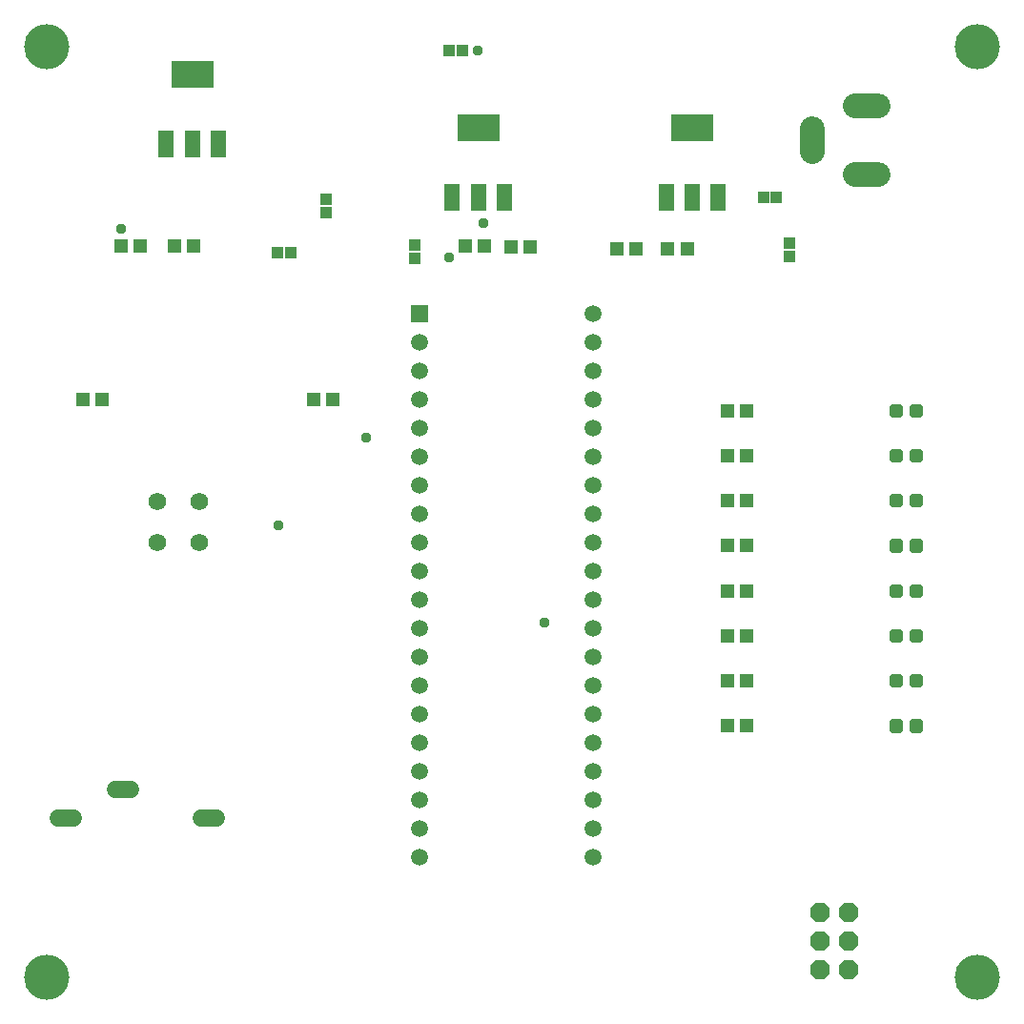
<source format=gts>
G04 EAGLE Gerber RS-274X export*
G75*
%MOMM*%
%FSLAX34Y34*%
%LPD*%
%INSoldermask Top*%
%IPPOS*%
%AMOC8*
5,1,8,0,0,1.08239X$1,22.5*%
G01*
%ADD10C,4.003200*%
%ADD11R,1.103200X1.053200*%
%ADD12R,1.053200X1.103200*%
%ADD13C,0.505344*%
%ADD14R,1.495200X1.495200*%
%ADD15C,1.495200*%
%ADD16C,2.203200*%
%ADD17P,1.869504X8X292.500000*%
%ADD18C,1.524000*%
%ADD19R,1.303200X1.203200*%
%ADD20C,1.561200*%
%ADD21R,1.422400X2.438400*%
%ADD22R,3.803200X2.403200*%
%ADD23C,0.959600*%


D10*
X37000Y37000D03*
X863000Y37000D03*
X37000Y863000D03*
X863000Y863000D03*
D11*
X285000Y727800D03*
X285000Y716200D03*
X363600Y675200D03*
X363600Y686800D03*
D12*
X241700Y680000D03*
X253300Y680000D03*
D11*
X696400Y688800D03*
X696400Y677200D03*
D12*
X673200Y729000D03*
X684800Y729000D03*
X394200Y860000D03*
X405800Y860000D03*
D13*
X805280Y263490D02*
X805280Y256510D01*
X805280Y263490D02*
X812260Y263490D01*
X812260Y256510D01*
X805280Y256510D01*
X805280Y261310D02*
X812260Y261310D01*
X787740Y263490D02*
X787740Y256510D01*
X787740Y263490D02*
X794720Y263490D01*
X794720Y256510D01*
X787740Y256510D01*
X787740Y261310D02*
X794720Y261310D01*
X805280Y296510D02*
X805280Y303490D01*
X812260Y303490D01*
X812260Y296510D01*
X805280Y296510D01*
X805280Y301310D02*
X812260Y301310D01*
X787740Y303490D02*
X787740Y296510D01*
X787740Y303490D02*
X794720Y303490D01*
X794720Y296510D01*
X787740Y296510D01*
X787740Y301310D02*
X794720Y301310D01*
X805280Y336510D02*
X805280Y343490D01*
X812260Y343490D01*
X812260Y336510D01*
X805280Y336510D01*
X805280Y341310D02*
X812260Y341310D01*
X787740Y343490D02*
X787740Y336510D01*
X787740Y343490D02*
X794720Y343490D01*
X794720Y336510D01*
X787740Y336510D01*
X787740Y341310D02*
X794720Y341310D01*
X805280Y376510D02*
X805280Y383490D01*
X812260Y383490D01*
X812260Y376510D01*
X805280Y376510D01*
X805280Y381310D02*
X812260Y381310D01*
X787740Y383490D02*
X787740Y376510D01*
X787740Y383490D02*
X794720Y383490D01*
X794720Y376510D01*
X787740Y376510D01*
X787740Y381310D02*
X794720Y381310D01*
X805280Y416510D02*
X805280Y423490D01*
X812260Y423490D01*
X812260Y416510D01*
X805280Y416510D01*
X805280Y421310D02*
X812260Y421310D01*
X787740Y423490D02*
X787740Y416510D01*
X787740Y423490D02*
X794720Y423490D01*
X794720Y416510D01*
X787740Y416510D01*
X787740Y421310D02*
X794720Y421310D01*
X805280Y456510D02*
X805280Y463490D01*
X812260Y463490D01*
X812260Y456510D01*
X805280Y456510D01*
X805280Y461310D02*
X812260Y461310D01*
X787740Y463490D02*
X787740Y456510D01*
X787740Y463490D02*
X794720Y463490D01*
X794720Y456510D01*
X787740Y456510D01*
X787740Y461310D02*
X794720Y461310D01*
X805280Y496510D02*
X805280Y503490D01*
X812260Y503490D01*
X812260Y496510D01*
X805280Y496510D01*
X805280Y501310D02*
X812260Y501310D01*
X787740Y503490D02*
X787740Y496510D01*
X787740Y503490D02*
X794720Y503490D01*
X794720Y496510D01*
X787740Y496510D01*
X787740Y501310D02*
X794720Y501310D01*
X805280Y536510D02*
X805280Y543490D01*
X812260Y543490D01*
X812260Y536510D01*
X805280Y536510D01*
X805280Y541310D02*
X812260Y541310D01*
X787740Y543490D02*
X787740Y536510D01*
X787740Y543490D02*
X794720Y543490D01*
X794720Y536510D01*
X787740Y536510D01*
X787740Y541310D02*
X794720Y541310D01*
D14*
X367950Y625700D03*
D15*
X367950Y600300D03*
X367950Y574900D03*
X367950Y549500D03*
X367950Y524100D03*
X367950Y498700D03*
X367950Y473300D03*
X367950Y447900D03*
X367950Y422500D03*
X367950Y397100D03*
X367950Y371700D03*
X367950Y346300D03*
X367950Y320900D03*
X367950Y295500D03*
X367950Y270100D03*
X367950Y244700D03*
X367950Y219300D03*
X367950Y193900D03*
X367950Y168500D03*
X367950Y143100D03*
X522250Y143100D03*
X522250Y168500D03*
X522250Y193900D03*
X522250Y219300D03*
X522250Y244700D03*
X522250Y270100D03*
X522250Y295500D03*
X522250Y320900D03*
X522250Y346300D03*
X522250Y371700D03*
X522250Y397100D03*
X522250Y422500D03*
X522250Y447900D03*
X522250Y473300D03*
X522250Y498700D03*
X522250Y524100D03*
X522250Y549500D03*
X522250Y574900D03*
X522250Y600300D03*
X522250Y625700D03*
D16*
X754700Y749300D02*
X774700Y749300D01*
X774700Y810300D02*
X754700Y810300D01*
X716700Y790300D02*
X716700Y770300D01*
D17*
X723100Y94000D03*
X748500Y94000D03*
X723100Y68600D03*
X748500Y68600D03*
X723100Y43200D03*
X748500Y43200D03*
D18*
X111304Y203500D02*
X98096Y203500D01*
X174296Y178100D02*
X187504Y178100D01*
X60504Y178100D02*
X47296Y178100D01*
D19*
X641500Y300000D03*
X658500Y300000D03*
X641500Y260000D03*
X658500Y260000D03*
X448800Y685000D03*
X465800Y685000D03*
X68900Y550000D03*
X85900Y550000D03*
X408700Y686000D03*
X425700Y686000D03*
X150600Y686000D03*
X167600Y686000D03*
X102500Y686000D03*
X119500Y686000D03*
X588400Y684000D03*
X605400Y684000D03*
X543300Y684000D03*
X560300Y684000D03*
X273800Y550000D03*
X290800Y550000D03*
X641500Y540000D03*
X658500Y540000D03*
X641500Y500000D03*
X658500Y500000D03*
X641500Y460000D03*
X658500Y460000D03*
X641500Y420000D03*
X658500Y420000D03*
X641500Y380000D03*
X658500Y380000D03*
X641500Y340000D03*
X658500Y340000D03*
D20*
X135400Y459500D03*
X172100Y459500D03*
X135300Y422800D03*
X172100Y422800D03*
D21*
X396886Y729012D03*
X420000Y729012D03*
X443114Y729012D03*
D22*
X420000Y790990D03*
D21*
X142886Y777012D03*
X166000Y777012D03*
X189114Y777012D03*
D22*
X166000Y838990D03*
D21*
X586886Y729012D03*
X610000Y729012D03*
X633114Y729012D03*
D22*
X610000Y790990D03*
D23*
X424180Y706120D03*
X393700Y675640D03*
X419100Y859790D03*
X102870Y701040D03*
X478790Y351790D03*
X320040Y515620D03*
X242570Y438150D03*
M02*

</source>
